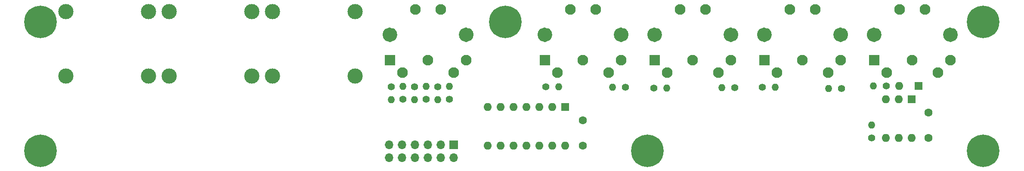
<source format=gbr>
%TF.GenerationSoftware,KiCad,Pcbnew,5.1.10*%
%TF.CreationDate,2021-09-20T11:14:50+10:00*%
%TF.ProjectId,MCB1,4d434231-2e6b-4696-9361-645f70636258,rev?*%
%TF.SameCoordinates,Original*%
%TF.FileFunction,Soldermask,Bot*%
%TF.FilePolarity,Negative*%
%FSLAX46Y46*%
G04 Gerber Fmt 4.6, Leading zero omitted, Abs format (unit mm)*
G04 Created by KiCad (PCBNEW 5.1.10) date 2021-09-20 11:14:50*
%MOMM*%
%LPD*%
G01*
G04 APERTURE LIST*
%ADD10C,1.449000*%
%ADD11C,1.600000*%
%ADD12O,1.400000X1.400000*%
%ADD13C,1.400000*%
%ADD14C,2.390000*%
%ADD15C,2.100000*%
%ADD16R,2.100000X2.100000*%
%ADD17R,1.600000X1.600000*%
%ADD18O,1.600000X1.600000*%
%ADD19R,1.700000X1.700000*%
%ADD20O,1.700000X1.700000*%
%ADD21C,0.800000*%
%ADD22C,6.400000*%
%ADD23C,3.000000*%
G04 APERTURE END LIST*
D10*
%TO.C,J1*%
X134189500Y-78740000D02*
G75*
G03*
X134189500Y-78740000I-724500J0D01*
G01*
X149199500Y-78740000D02*
G75*
G03*
X149199500Y-78740000I-724500J0D01*
G01*
%TO.C,J2*%
X164669500Y-78740000D02*
G75*
G03*
X164669500Y-78740000I-724500J0D01*
G01*
X179679500Y-78740000D02*
G75*
G03*
X179679500Y-78740000I-724500J0D01*
G01*
%TO.C,J3*%
X244449500Y-78746500D02*
G75*
G03*
X244449500Y-78746500I-724500J0D01*
G01*
X229439500Y-78746500D02*
G75*
G03*
X229439500Y-78746500I-724500J0D01*
G01*
%TO.C,J4*%
X201269500Y-78740000D02*
G75*
G03*
X201269500Y-78740000I-724500J0D01*
G01*
X186259500Y-78740000D02*
G75*
G03*
X186259500Y-78740000I-724500J0D01*
G01*
%TO.C,J5*%
X207849500Y-78740000D02*
G75*
G03*
X207849500Y-78740000I-724500J0D01*
G01*
X222859500Y-78740000D02*
G75*
G03*
X222859500Y-78740000I-724500J0D01*
G01*
%TD*%
D11*
%TO.C,C1*%
X171386500Y-95647500D03*
X171386500Y-100647500D03*
%TD*%
%TO.C,C2*%
X239395000Y-99060000D03*
X239395000Y-94060000D03*
%TD*%
D12*
%TO.C,R1*%
X166687500Y-89027000D03*
D13*
X164147500Y-89027000D03*
%TD*%
%TO.C,R2*%
X179832000Y-89090500D03*
D12*
X177292000Y-89090500D03*
%TD*%
D13*
%TO.C,R3*%
X136017000Y-91440000D03*
D12*
X136017000Y-88900000D03*
%TD*%
%TO.C,R4*%
X140589000Y-88900000D03*
D13*
X140589000Y-91440000D03*
%TD*%
%TO.C,R5*%
X231140000Y-88836500D03*
D12*
X228600000Y-88836500D03*
%TD*%
D13*
%TO.C,R6*%
X145161000Y-91440000D03*
D12*
X145161000Y-88900000D03*
%TD*%
D13*
%TO.C,R7*%
X185420000Y-89281000D03*
D12*
X187960000Y-89281000D03*
%TD*%
%TO.C,R8*%
X198755000Y-89154000D03*
D13*
X201295000Y-89154000D03*
%TD*%
D12*
%TO.C,R9*%
X133731000Y-91567000D03*
D13*
X133731000Y-89027000D03*
%TD*%
%TO.C,R10*%
X138303000Y-89027000D03*
D12*
X138303000Y-91567000D03*
%TD*%
%TO.C,R11*%
X142875000Y-91567000D03*
D13*
X142875000Y-89027000D03*
%TD*%
%TO.C,R12*%
X206692500Y-89090500D03*
D12*
X209232500Y-89090500D03*
%TD*%
%TO.C,R13*%
X219773500Y-89344500D03*
D13*
X222313500Y-89344500D03*
%TD*%
D12*
%TO.C,R15*%
X228219000Y-96520000D03*
D13*
X228219000Y-99060000D03*
%TD*%
D14*
%TO.C,J1*%
X148475000Y-78740000D03*
X133465000Y-78740000D03*
D15*
X143470000Y-73740000D03*
X138470000Y-73740000D03*
X140970000Y-83750000D03*
X148475000Y-83750000D03*
D16*
X133465000Y-83750000D03*
D15*
X145975000Y-86240000D03*
X135965000Y-86240000D03*
%TD*%
D14*
%TO.C,J2*%
X178955000Y-78740000D03*
X163945000Y-78740000D03*
D15*
X173950000Y-73740000D03*
X168950000Y-73740000D03*
X171450000Y-83750000D03*
X178955000Y-83750000D03*
D16*
X163945000Y-83750000D03*
D15*
X176455000Y-86240000D03*
X166445000Y-86240000D03*
%TD*%
%TO.C,J3*%
X231215000Y-86246500D03*
X241225000Y-86246500D03*
D16*
X228715000Y-83756500D03*
D15*
X243725000Y-83756500D03*
X236220000Y-83756500D03*
X233720000Y-73746500D03*
X238720000Y-73746500D03*
D14*
X228715000Y-78746500D03*
X243725000Y-78746500D03*
%TD*%
D15*
%TO.C,J4*%
X188035000Y-86240000D03*
X198045000Y-86240000D03*
D16*
X185535000Y-83750000D03*
D15*
X200545000Y-83750000D03*
X193040000Y-83750000D03*
X190540000Y-73740000D03*
X195540000Y-73740000D03*
D14*
X185535000Y-78740000D03*
X200545000Y-78740000D03*
%TD*%
%TO.C,J5*%
X222135000Y-78740000D03*
X207125000Y-78740000D03*
D15*
X217130000Y-73740000D03*
X212130000Y-73740000D03*
X214630000Y-83750000D03*
X222135000Y-83750000D03*
D16*
X207125000Y-83750000D03*
D15*
X219635000Y-86240000D03*
X209625000Y-86240000D03*
%TD*%
D17*
%TO.C,U1*%
X167957500Y-93027500D03*
D18*
X152717500Y-100647500D03*
X165417500Y-93027500D03*
X155257500Y-100647500D03*
X162877500Y-93027500D03*
X157797500Y-100647500D03*
X160337500Y-93027500D03*
X160337500Y-100647500D03*
X157797500Y-93027500D03*
X162877500Y-100647500D03*
X155257500Y-93027500D03*
X165417500Y-100647500D03*
X152717500Y-93027500D03*
X167957500Y-100647500D03*
%TD*%
D19*
%TO.C,J10*%
X146050000Y-100457000D03*
D20*
X146050000Y-102997000D03*
X143510000Y-100457000D03*
X143510000Y-102997000D03*
X140970000Y-100457000D03*
X140970000Y-102997000D03*
X138430000Y-100457000D03*
X138430000Y-102997000D03*
X135890000Y-100457000D03*
X135890000Y-102997000D03*
X133350000Y-100457000D03*
X133350000Y-102997000D03*
%TD*%
D21*
%TO.C,H1*%
X66467056Y-74502944D03*
X64770000Y-73800000D03*
X63072944Y-74502944D03*
X62370000Y-76200000D03*
X63072944Y-77897056D03*
X64770000Y-78600000D03*
X66467056Y-77897056D03*
X67170000Y-76200000D03*
D22*
X64770000Y-76200000D03*
%TD*%
%TO.C,H2*%
X64770000Y-101600000D03*
D21*
X67170000Y-101600000D03*
X66467056Y-103297056D03*
X64770000Y-104000000D03*
X63072944Y-103297056D03*
X62370000Y-101600000D03*
X63072944Y-99902944D03*
X64770000Y-99200000D03*
X66467056Y-99902944D03*
%TD*%
%TO.C,H3*%
X157907056Y-74502944D03*
X156210000Y-73800000D03*
X154512944Y-74502944D03*
X153810000Y-76200000D03*
X154512944Y-77897056D03*
X156210000Y-78600000D03*
X157907056Y-77897056D03*
X158610000Y-76200000D03*
D22*
X156210000Y-76200000D03*
%TD*%
%TO.C,H4*%
X184150000Y-101600000D03*
D21*
X186550000Y-101600000D03*
X185847056Y-103297056D03*
X184150000Y-104000000D03*
X182452944Y-103297056D03*
X181750000Y-101600000D03*
X182452944Y-99902944D03*
X184150000Y-99200000D03*
X185847056Y-99902944D03*
%TD*%
%TO.C,H5*%
X251887056Y-74502944D03*
X250190000Y-73800000D03*
X248492944Y-74502944D03*
X247790000Y-76200000D03*
X248492944Y-77897056D03*
X250190000Y-78600000D03*
X251887056Y-77897056D03*
X252590000Y-76200000D03*
D22*
X250190000Y-76200000D03*
%TD*%
%TO.C,H6*%
X250190000Y-101600000D03*
D21*
X252590000Y-101600000D03*
X251887056Y-103297056D03*
X250190000Y-104000000D03*
X248492944Y-103297056D03*
X247790000Y-101600000D03*
X248492944Y-99902944D03*
X250190000Y-99200000D03*
X251887056Y-99902944D03*
%TD*%
D23*
%TO.C,J6*%
X110363000Y-74168000D03*
X110363000Y-86868000D03*
X126593000Y-74168000D03*
X126593000Y-86868000D03*
%TD*%
%TO.C,J7*%
X106273000Y-86868000D03*
X106273000Y-74168000D03*
X90043000Y-86868000D03*
X90043000Y-74168000D03*
%TD*%
%TO.C,J8*%
X69723000Y-74168000D03*
X69723000Y-86868000D03*
X85953000Y-74168000D03*
X85953000Y-86868000D03*
%TD*%
D17*
%TO.C,U3*%
X236093000Y-91440000D03*
D18*
X231013000Y-99060000D03*
X233553000Y-91440000D03*
X233553000Y-99060000D03*
X231013000Y-91440000D03*
X236093000Y-99060000D03*
%TD*%
D17*
%TO.C,D1*%
X237490000Y-88836500D03*
D18*
X233680000Y-88836500D03*
%TD*%
M02*

</source>
